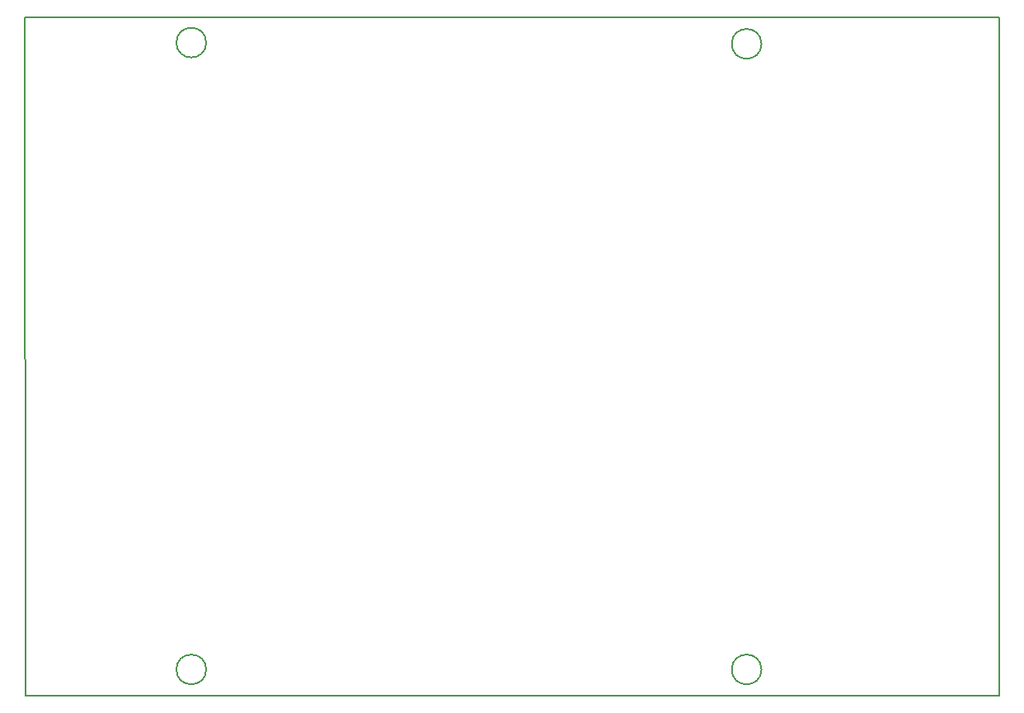
<source format=gbr>
%TF.GenerationSoftware,KiCad,Pcbnew,5.1.2-5.1.2*%
%TF.CreationDate,2019-08-03T11:47:28+02:00*%
%TF.ProjectId,TestDriverV2,54657374-4472-4697-9665-7256322e6b69,Rev 2*%
%TF.SameCoordinates,Original*%
%TF.FileFunction,Profile,NP*%
%FSLAX46Y46*%
G04 Gerber Fmt 4.6, Leading zero omitted, Abs format (unit mm)*
G04 Created by KiCad (PCBNEW 5.1.2-5.1.2) date 2019-08-03 11:47:28*
%MOMM*%
%LPD*%
G04 APERTURE LIST*
%ADD10C,0.150000*%
G04 APERTURE END LIST*
D10*
X51191565Y-101092000D02*
G75*
G03X51191565Y-101092000I-1529283J0D01*
G01*
X51191565Y-165481000D02*
G75*
G03X51191565Y-165481000I-1529283J0D01*
G01*
X108214565Y-165481000D02*
G75*
G03X108214565Y-165481000I-1529283J0D01*
G01*
X108214565Y-101219000D02*
G75*
G03X108214565Y-101219000I-1529283J0D01*
G01*
X132598360Y-98521520D02*
X132608520Y-168132760D01*
X32598360Y-98521520D02*
X132598360Y-98521520D01*
X32598360Y-98521520D02*
X32608520Y-168132760D01*
X32608320Y-168132760D02*
X132608320Y-168132760D01*
M02*

</source>
